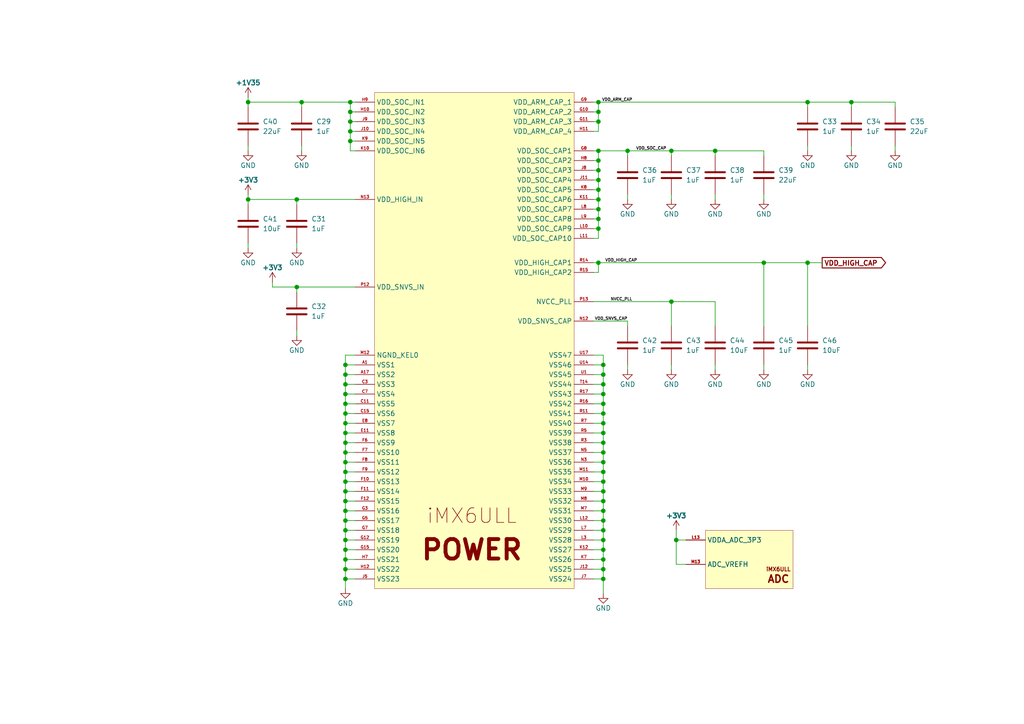
<source format=kicad_sch>
(kicad_sch (version 20210621) (generator eeschema)
  (paper "User" 267.31 189.001)
  (title_block (title "iMX6ULL Compute Module & Base Board") (date "2021-03-23") (rev "1.0") (company "AHSA Elektronik"))
  (junction (at 64.77 26.67) (diameter 1.016))
  (junction (at 64.77 52.07) (diameter 1.016))
  (junction (at 77.47 52.07) (diameter 1.016))
  (junction (at 77.47 74.93) (diameter 1.016))
  (junction (at 78.74 26.67) (diameter 1.016))
  (junction (at 90.17 95.25) (diameter 1.016))
  (junction (at 90.17 97.79) (diameter 1.016))
  (junction (at 90.17 100.33) (diameter 1.016))
  (junction (at 90.17 102.87) (diameter 1.016))
  (junction (at 90.17 105.41) (diameter 1.016))
  (junction (at 90.17 107.95) (diameter 1.016))
  (junction (at 90.17 110.49) (diameter 1.016))
  (junction (at 90.17 113.03) (diameter 1.016))
  (junction (at 90.17 115.57) (diameter 1.016))
  (junction (at 90.17 118.11) (diameter 1.016))
  (junction (at 90.17 120.65) (diameter 1.016))
  (junction (at 90.17 123.19) (diameter 1.016))
  (junction (at 90.17 125.73) (diameter 1.016))
  (junction (at 90.17 128.27) (diameter 1.016))
  (junction (at 90.17 130.81) (diameter 1.016))
  (junction (at 90.17 133.35) (diameter 1.016))
  (junction (at 90.17 135.89) (diameter 1.016))
  (junction (at 90.17 138.43) (diameter 1.016))
  (junction (at 90.17 140.97) (diameter 1.016))
  (junction (at 90.17 143.51) (diameter 1.016))
  (junction (at 90.17 146.05) (diameter 1.016))
  (junction (at 90.17 148.59) (diameter 1.016))
  (junction (at 90.17 151.13) (diameter 1.016))
  (junction (at 91.44 26.67) (diameter 1.016))
  (junction (at 91.44 29.21) (diameter 1.016))
  (junction (at 91.44 31.75) (diameter 1.016))
  (junction (at 91.44 34.29) (diameter 1.016))
  (junction (at 91.44 36.83) (diameter 1.016))
  (junction (at 156.21 26.67) (diameter 1.016))
  (junction (at 156.21 29.21) (diameter 1.016))
  (junction (at 156.21 31.75) (diameter 1.016))
  (junction (at 156.21 39.37) (diameter 1.016))
  (junction (at 156.21 41.91) (diameter 1.016))
  (junction (at 156.21 44.45) (diameter 1.016))
  (junction (at 156.21 46.99) (diameter 1.016))
  (junction (at 156.21 49.53) (diameter 1.016))
  (junction (at 156.21 52.07) (diameter 1.016))
  (junction (at 156.21 54.61) (diameter 1.016))
  (junction (at 156.21 57.15) (diameter 1.016))
  (junction (at 156.21 59.69) (diameter 1.016))
  (junction (at 156.21 68.58) (diameter 1.016))
  (junction (at 157.48 95.25) (diameter 1.016))
  (junction (at 157.48 97.79) (diameter 1.016))
  (junction (at 157.48 100.33) (diameter 1.016))
  (junction (at 157.48 102.87) (diameter 1.016))
  (junction (at 157.48 105.41) (diameter 1.016))
  (junction (at 157.48 107.95) (diameter 1.016))
  (junction (at 157.48 110.49) (diameter 1.016))
  (junction (at 157.48 113.03) (diameter 1.016))
  (junction (at 157.48 115.57) (diameter 1.016))
  (junction (at 157.48 118.11) (diameter 1.016))
  (junction (at 157.48 120.65) (diameter 1.016))
  (junction (at 157.48 123.19) (diameter 1.016))
  (junction (at 157.48 125.73) (diameter 1.016))
  (junction (at 157.48 128.27) (diameter 1.016))
  (junction (at 157.48 130.81) (diameter 1.016))
  (junction (at 157.48 133.35) (diameter 1.016))
  (junction (at 157.48 135.89) (diameter 1.016))
  (junction (at 157.48 138.43) (diameter 1.016))
  (junction (at 157.48 140.97) (diameter 1.016))
  (junction (at 157.48 143.51) (diameter 1.016))
  (junction (at 157.48 146.05) (diameter 1.016))
  (junction (at 157.48 148.59) (diameter 1.016))
  (junction (at 157.48 151.13) (diameter 1.016))
  (junction (at 163.83 39.37) (diameter 1.016))
  (junction (at 175.26 39.37) (diameter 1.016))
  (junction (at 175.26 78.74) (diameter 1.016))
  (junction (at 176.53 140.97) (diameter 1.016))
  (junction (at 186.69 39.37) (diameter 1.016))
  (junction (at 199.39 68.58) (diameter 1.016))
  (junction (at 210.82 26.67) (diameter 1.016))
  (junction (at 210.82 68.58) (diameter 1.016))
  (junction (at 222.25 26.67) (diameter 1.016))
  (wire (pts (xy 64.77 25.4) (xy 64.77 26.67)))
  (wire (pts (xy 64.77 26.67) (xy 64.77 27.94)))
  (wire (pts (xy 64.77 26.67) (xy 78.74 26.67)))
  (wire (pts (xy 64.77 38.1) (xy 64.77 39.37)))
  (wire (pts (xy 64.77 50.8) (xy 64.77 52.07)))
  (wire (pts (xy 64.77 52.07) (xy 64.77 53.34)))
  (wire (pts (xy 64.77 63.5) (xy 64.77 64.77)))
  (wire (pts (xy 71.12 73.66) (xy 71.12 74.93)))
  (wire (pts (xy 71.12 74.93) (xy 77.47 74.93)))
  (wire (pts (xy 77.47 52.07) (xy 64.77 52.07)))
  (wire (pts (xy 77.47 52.07) (xy 77.47 53.34)))
  (wire (pts (xy 77.47 52.07) (xy 92.71 52.07)))
  (wire (pts (xy 77.47 63.5) (xy 77.47 64.77)))
  (wire (pts (xy 77.47 74.93) (xy 77.47 76.2)))
  (wire (pts (xy 77.47 74.93) (xy 92.71 74.93)))
  (wire (pts (xy 77.47 86.36) (xy 77.47 87.63)))
  (wire (pts (xy 78.74 26.67) (xy 78.74 27.94)))
  (wire (pts (xy 78.74 26.67) (xy 91.44 26.67)))
  (wire (pts (xy 78.74 38.1) (xy 78.74 39.37)))
  (wire (pts (xy 90.17 92.71) (xy 92.71 92.71)))
  (wire (pts (xy 90.17 95.25) (xy 90.17 92.71)))
  (wire (pts (xy 90.17 95.25) (xy 92.71 95.25)))
  (wire (pts (xy 90.17 97.79) (xy 90.17 95.25)))
  (wire (pts (xy 90.17 97.79) (xy 92.71 97.79)))
  (wire (pts (xy 90.17 100.33) (xy 90.17 97.79)))
  (wire (pts (xy 90.17 100.33) (xy 92.71 100.33)))
  (wire (pts (xy 90.17 102.87) (xy 90.17 100.33)))
  (wire (pts (xy 90.17 102.87) (xy 92.71 102.87)))
  (wire (pts (xy 90.17 105.41) (xy 90.17 102.87)))
  (wire (pts (xy 90.17 105.41) (xy 92.71 105.41)))
  (wire (pts (xy 90.17 107.95) (xy 90.17 105.41)))
  (wire (pts (xy 90.17 107.95) (xy 92.71 107.95)))
  (wire (pts (xy 90.17 110.49) (xy 90.17 107.95)))
  (wire (pts (xy 90.17 110.49) (xy 92.71 110.49)))
  (wire (pts (xy 90.17 113.03) (xy 90.17 110.49)))
  (wire (pts (xy 90.17 113.03) (xy 92.71 113.03)))
  (wire (pts (xy 90.17 115.57) (xy 90.17 113.03)))
  (wire (pts (xy 90.17 115.57) (xy 92.71 115.57)))
  (wire (pts (xy 90.17 118.11) (xy 90.17 115.57)))
  (wire (pts (xy 90.17 118.11) (xy 92.71 118.11)))
  (wire (pts (xy 90.17 120.65) (xy 90.17 118.11)))
  (wire (pts (xy 90.17 120.65) (xy 92.71 120.65)))
  (wire (pts (xy 90.17 123.19) (xy 90.17 120.65)))
  (wire (pts (xy 90.17 123.19) (xy 92.71 123.19)))
  (wire (pts (xy 90.17 125.73) (xy 90.17 123.19)))
  (wire (pts (xy 90.17 125.73) (xy 92.71 125.73)))
  (wire (pts (xy 90.17 128.27) (xy 90.17 125.73)))
  (wire (pts (xy 90.17 128.27) (xy 92.71 128.27)))
  (wire (pts (xy 90.17 130.81) (xy 90.17 128.27)))
  (wire (pts (xy 90.17 130.81) (xy 92.71 130.81)))
  (wire (pts (xy 90.17 133.35) (xy 90.17 130.81)))
  (wire (pts (xy 90.17 133.35) (xy 92.71 133.35)))
  (wire (pts (xy 90.17 135.89) (xy 90.17 133.35)))
  (wire (pts (xy 90.17 135.89) (xy 92.71 135.89)))
  (wire (pts (xy 90.17 138.43) (xy 90.17 135.89)))
  (wire (pts (xy 90.17 138.43) (xy 92.71 138.43)))
  (wire (pts (xy 90.17 140.97) (xy 90.17 138.43)))
  (wire (pts (xy 90.17 140.97) (xy 92.71 140.97)))
  (wire (pts (xy 90.17 143.51) (xy 90.17 140.97)))
  (wire (pts (xy 90.17 143.51) (xy 92.71 143.51)))
  (wire (pts (xy 90.17 146.05) (xy 90.17 143.51)))
  (wire (pts (xy 90.17 146.05) (xy 92.71 146.05)))
  (wire (pts (xy 90.17 148.59) (xy 90.17 146.05)))
  (wire (pts (xy 90.17 148.59) (xy 92.71 148.59)))
  (wire (pts (xy 90.17 151.13) (xy 90.17 148.59)))
  (wire (pts (xy 90.17 151.13) (xy 92.71 151.13)))
  (wire (pts (xy 90.17 153.67) (xy 90.17 151.13)))
  (wire (pts (xy 91.44 26.67) (xy 91.44 29.21)))
  (wire (pts (xy 91.44 29.21) (xy 91.44 31.75)))
  (wire (pts (xy 91.44 29.21) (xy 92.71 29.21)))
  (wire (pts (xy 91.44 31.75) (xy 91.44 34.29)))
  (wire (pts (xy 91.44 31.75) (xy 92.71 31.75)))
  (wire (pts (xy 91.44 34.29) (xy 91.44 36.83)))
  (wire (pts (xy 91.44 34.29) (xy 92.71 34.29)))
  (wire (pts (xy 91.44 36.83) (xy 91.44 39.37)))
  (wire (pts (xy 91.44 36.83) (xy 92.71 36.83)))
  (wire (pts (xy 91.44 39.37) (xy 92.71 39.37)))
  (wire (pts (xy 92.71 26.67) (xy 91.44 26.67)))
  (wire (pts (xy 154.94 29.21) (xy 156.21 29.21)))
  (wire (pts (xy 154.94 31.75) (xy 156.21 31.75)))
  (wire (pts (xy 154.94 34.29) (xy 156.21 34.29)))
  (wire (pts (xy 154.94 39.37) (xy 156.21 39.37)))
  (wire (pts (xy 154.94 41.91) (xy 156.21 41.91)))
  (wire (pts (xy 154.94 44.45) (xy 156.21 44.45)))
  (wire (pts (xy 154.94 46.99) (xy 156.21 46.99)))
  (wire (pts (xy 154.94 49.53) (xy 156.21 49.53)))
  (wire (pts (xy 154.94 52.07) (xy 156.21 52.07)))
  (wire (pts (xy 154.94 54.61) (xy 156.21 54.61)))
  (wire (pts (xy 154.94 57.15) (xy 156.21 57.15)))
  (wire (pts (xy 154.94 59.69) (xy 156.21 59.69)))
  (wire (pts (xy 154.94 62.23) (xy 156.21 62.23)))
  (wire (pts (xy 154.94 68.58) (xy 156.21 68.58)))
  (wire (pts (xy 154.94 71.12) (xy 156.21 71.12)))
  (wire (pts (xy 154.94 78.74) (xy 175.26 78.74)))
  (wire (pts (xy 154.94 83.82) (xy 163.83 83.82)))
  (wire (pts (xy 154.94 92.71) (xy 157.48 92.71)))
  (wire (pts (xy 154.94 95.25) (xy 157.48 95.25)))
  (wire (pts (xy 154.94 97.79) (xy 157.48 97.79)))
  (wire (pts (xy 154.94 100.33) (xy 157.48 100.33)))
  (wire (pts (xy 154.94 102.87) (xy 157.48 102.87)))
  (wire (pts (xy 154.94 105.41) (xy 157.48 105.41)))
  (wire (pts (xy 154.94 107.95) (xy 157.48 107.95)))
  (wire (pts (xy 154.94 110.49) (xy 157.48 110.49)))
  (wire (pts (xy 154.94 113.03) (xy 157.48 113.03)))
  (wire (pts (xy 154.94 115.57) (xy 157.48 115.57)))
  (wire (pts (xy 154.94 118.11) (xy 157.48 118.11)))
  (wire (pts (xy 154.94 120.65) (xy 157.48 120.65)))
  (wire (pts (xy 154.94 123.19) (xy 157.48 123.19)))
  (wire (pts (xy 154.94 125.73) (xy 157.48 125.73)))
  (wire (pts (xy 154.94 128.27) (xy 157.48 128.27)))
  (wire (pts (xy 154.94 130.81) (xy 157.48 130.81)))
  (wire (pts (xy 154.94 133.35) (xy 157.48 133.35)))
  (wire (pts (xy 154.94 135.89) (xy 157.48 135.89)))
  (wire (pts (xy 154.94 138.43) (xy 157.48 138.43)))
  (wire (pts (xy 154.94 140.97) (xy 157.48 140.97)))
  (wire (pts (xy 154.94 143.51) (xy 157.48 143.51)))
  (wire (pts (xy 154.94 146.05) (xy 157.48 146.05)))
  (wire (pts (xy 154.94 148.59) (xy 157.48 148.59)))
  (wire (pts (xy 156.21 26.67) (xy 154.94 26.67)))
  (wire (pts (xy 156.21 26.67) (xy 210.82 26.67)))
  (wire (pts (xy 156.21 29.21) (xy 156.21 26.67)))
  (wire (pts (xy 156.21 31.75) (xy 156.21 29.21)))
  (wire (pts (xy 156.21 34.29) (xy 156.21 31.75)))
  (wire (pts (xy 156.21 39.37) (xy 163.83 39.37)))
  (wire (pts (xy 156.21 41.91) (xy 156.21 39.37)))
  (wire (pts (xy 156.21 41.91) (xy 156.21 44.45)))
  (wire (pts (xy 156.21 44.45) (xy 156.21 46.99)))
  (wire (pts (xy 156.21 46.99) (xy 156.21 49.53)))
  (wire (pts (xy 156.21 49.53) (xy 156.21 52.07)))
  (wire (pts (xy 156.21 52.07) (xy 156.21 54.61)))
  (wire (pts (xy 156.21 54.61) (xy 156.21 57.15)))
  (wire (pts (xy 156.21 57.15) (xy 156.21 59.69)))
  (wire (pts (xy 156.21 59.69) (xy 156.21 62.23)))
  (wire (pts (xy 156.21 68.58) (xy 199.39 68.58)))
  (wire (pts (xy 156.21 71.12) (xy 156.21 68.58)))
  (wire (pts (xy 157.48 92.71) (xy 157.48 95.25)))
  (wire (pts (xy 157.48 95.25) (xy 157.48 97.79)))
  (wire (pts (xy 157.48 97.79) (xy 157.48 100.33)))
  (wire (pts (xy 157.48 100.33) (xy 157.48 102.87)))
  (wire (pts (xy 157.48 102.87) (xy 157.48 105.41)))
  (wire (pts (xy 157.48 105.41) (xy 157.48 107.95)))
  (wire (pts (xy 157.48 107.95) (xy 157.48 110.49)))
  (wire (pts (xy 157.48 110.49) (xy 157.48 113.03)))
  (wire (pts (xy 157.48 113.03) (xy 157.48 115.57)))
  (wire (pts (xy 157.48 115.57) (xy 157.48 118.11)))
  (wire (pts (xy 157.48 118.11) (xy 157.48 120.65)))
  (wire (pts (xy 157.48 120.65) (xy 157.48 123.19)))
  (wire (pts (xy 157.48 123.19) (xy 157.48 125.73)))
  (wire (pts (xy 157.48 125.73) (xy 157.48 128.27)))
  (wire (pts (xy 157.48 128.27) (xy 157.48 130.81)))
  (wire (pts (xy 157.48 130.81) (xy 157.48 133.35)))
  (wire (pts (xy 157.48 133.35) (xy 157.48 135.89)))
  (wire (pts (xy 157.48 135.89) (xy 157.48 138.43)))
  (wire (pts (xy 157.48 138.43) (xy 157.48 140.97)))
  (wire (pts (xy 157.48 140.97) (xy 157.48 143.51)))
  (wire (pts (xy 157.48 143.51) (xy 157.48 146.05)))
  (wire (pts (xy 157.48 146.05) (xy 157.48 148.59)))
  (wire (pts (xy 157.48 148.59) (xy 157.48 151.13)))
  (wire (pts (xy 157.48 151.13) (xy 154.94 151.13)))
  (wire (pts (xy 157.48 154.94) (xy 157.48 151.13)))
  (wire (pts (xy 163.83 39.37) (xy 163.83 40.64)))
  (wire (pts (xy 163.83 50.8) (xy 163.83 52.07)))
  (wire (pts (xy 163.83 83.82) (xy 163.83 85.09)))
  (wire (pts (xy 163.83 95.25) (xy 163.83 96.52)))
  (wire (pts (xy 175.26 39.37) (xy 163.83 39.37)))
  (wire (pts (xy 175.26 39.37) (xy 175.26 40.64)))
  (wire (pts (xy 175.26 50.8) (xy 175.26 52.07)))
  (wire (pts (xy 175.26 78.74) (xy 175.26 85.09)))
  (wire (pts (xy 175.26 78.74) (xy 186.69 78.74)))
  (wire (pts (xy 175.26 95.25) (xy 175.26 96.52)))
  (wire (pts (xy 176.53 138.43) (xy 176.53 140.97)))
  (wire (pts (xy 176.53 140.97) (xy 176.53 147.32)))
  (wire (pts (xy 176.53 140.97) (xy 179.07 140.97)))
  (wire (pts (xy 176.53 147.32) (xy 179.07 147.32)))
  (wire (pts (xy 186.69 39.37) (xy 175.26 39.37)))
  (wire (pts (xy 186.69 39.37) (xy 186.69 40.64)))
  (wire (pts (xy 186.69 39.37) (xy 199.39 39.37)))
  (wire (pts (xy 186.69 50.8) (xy 186.69 52.07)))
  (wire (pts (xy 186.69 78.74) (xy 186.69 85.09)))
  (wire (pts (xy 186.69 95.25) (xy 186.69 96.52)))
  (wire (pts (xy 199.39 40.64) (xy 199.39 39.37)))
  (wire (pts (xy 199.39 50.8) (xy 199.39 52.07)))
  (wire (pts (xy 199.39 68.58) (xy 199.39 85.09)))
  (wire (pts (xy 199.39 68.58) (xy 210.82 68.58)))
  (wire (pts (xy 199.39 95.25) (xy 199.39 96.52)))
  (wire (pts (xy 210.82 26.67) (xy 210.82 27.94)))
  (wire (pts (xy 210.82 38.1) (xy 210.82 39.37)))
  (wire (pts (xy 210.82 68.58) (xy 210.82 85.09)))
  (wire (pts (xy 210.82 68.58) (xy 214.63 68.58)))
  (wire (pts (xy 210.82 95.25) (xy 210.82 96.52)))
  (wire (pts (xy 222.25 26.67) (xy 210.82 26.67)))
  (wire (pts (xy 222.25 26.67) (xy 222.25 27.94)))
  (wire (pts (xy 222.25 38.1) (xy 222.25 39.37)))
  (wire (pts (xy 233.68 26.67) (xy 222.25 26.67)))
  (wire (pts (xy 233.68 27.94) (xy 233.68 26.67)))
  (wire (pts (xy 233.68 38.1) (xy 233.68 39.37)))
  (label "VDD_SNVS_CAP" (at 163.83 83.82 180) (effects (font (size 0.762 0.762) (thickness 0.1524) bold)))
  (label "VDD_ARM_CAP" (at 165.1 26.67 180) (effects (font (size 0.762 0.762) (thickness 0.1524) bold)))
  (label "NVCC_PLL" (at 165.1 78.74 180) (effects (font (size 0.762 0.762) (thickness 0.1524) bold)))
  (label "VDD_HIGH_CAP" (at 166.37 68.58 180) (effects (font (size 0.762 0.762) (thickness 0.1524) bold)))
  (label "VDD_SOC_CAP" (at 173.99 39.37 180) (effects (font (size 0.762 0.762) (thickness 0.1524) bold)))
  (global_label "VDD_HIGH_CAP" (shape output) (at 214.63 68.58 0) (effects (font (thickness 0.254) bold)) (property "Intersheet References" "${INTERSHEET_REFS}" (effects hide)))
  (symbol (lib_id "abdullah:+1V35") (at 64.77 25.4 0) (unit 1)
    (property "Reference" "#PWR07" (effects hide))
    (property "Value" "+1V35" (at 64.77 21.59 0) (effects (font bold)))
  )
  (symbol (lib_id "abdullah:+3.3V") (at 64.77 50.8 0) (unit 1)
    (property "Reference" "#PWR08" (effects hide))
    (property "Value" "+3.3V" (at 64.77 46.99 0) (effects (font bold)))
  )
  (symbol (lib_id "abdullah:+3.3V") (at 71.12 73.66 0) (unit 1)
    (property "Reference" "#PWR0134" (effects hide))
    (property "Value" "+3.3V" (at 71.12 69.85 0) (effects (font bold)))
  )
  (symbol (lib_id "abdullah:+3.3V") (at 176.53 138.43 0) (mirror y) (unit 1)
    (property "Reference" "#PWR023" (effects hide))
    (property "Value" "+3.3V" (at 176.53 134.62 0) (effects (font bold)))
  )
  (symbol (lib_id "abdullah:GND") (at 64.77 39.37 0) (unit 1)
    (property "Reference" "#PWR0103" (effects hide))
    (property "Value" "GND" (at 64.77 43.18 0))
  )
  (symbol (lib_id "abdullah:GND") (at 64.77 64.77 0) (unit 1)
    (property "Reference" "#PWR0102" (effects hide))
    (property "Value" "GND" (at 64.77 68.58 0))
  )
  (symbol (lib_id "abdullah:GND") (at 77.47 64.77 0) (unit 1)
    (property "Reference" "#PWR09" (effects hide))
    (property "Value" "GND" (at 77.47 68.58 0))
  )
  (symbol (lib_id "abdullah:GND") (at 77.47 87.63 0) (unit 1)
    (property "Reference" "#PWR010" (effects hide))
    (property "Value" "GND" (at 77.47 91.44 0))
  )
  (symbol (lib_id "abdullah:GND") (at 78.74 39.37 0) (unit 1)
    (property "Reference" "#PWR05" (effects hide))
    (property "Value" "GND" (at 78.74 43.18 0))
  )
  (symbol (lib_id "abdullah:GND") (at 90.17 153.67 0) (unit 1)
    (property "Reference" "#PWR01" (effects hide))
    (property "Value" "GND" (at 90.17 157.48 0))
  )
  (symbol (lib_id "abdullah:GND") (at 157.48 154.94 0) (unit 1)
    (property "Reference" "#PWR02" (effects hide))
    (property "Value" "GND" (at 157.48 158.75 0))
  )
  (symbol (lib_id "abdullah:GND") (at 163.83 52.07 0) (unit 1)
    (property "Reference" "#PWR019" (effects hide))
    (property "Value" "GND" (at 163.83 55.88 0))
  )
  (symbol (lib_id "abdullah:GND") (at 163.83 96.52 0) (unit 1)
    (property "Reference" "#PWR0104" (effects hide))
    (property "Value" "GND" (at 163.83 100.33 0))
  )
  (symbol (lib_id "abdullah:GND") (at 175.26 52.07 0) (unit 1)
    (property "Reference" "#PWR020" (effects hide))
    (property "Value" "GND" (at 175.26 55.88 0))
  )
  (symbol (lib_id "abdullah:GND") (at 175.26 96.52 0) (unit 1)
    (property "Reference" "#PWR0139" (effects hide))
    (property "Value" "GND" (at 175.26 100.33 0))
  )
  (symbol (lib_id "abdullah:GND") (at 186.69 52.07 0) (unit 1)
    (property "Reference" "#PWR021" (effects hide))
    (property "Value" "GND" (at 186.69 55.88 0))
  )
  (symbol (lib_id "abdullah:GND") (at 186.69 96.52 0) (unit 1)
    (property "Reference" "#PWR0138" (effects hide))
    (property "Value" "GND" (at 186.69 100.33 0))
  )
  (symbol (lib_id "abdullah:GND") (at 199.39 52.07 0) (unit 1)
    (property "Reference" "#PWR022" (effects hide))
    (property "Value" "GND" (at 199.39 55.88 0))
  )
  (symbol (lib_id "abdullah:GND") (at 199.39 96.52 0) (unit 1)
    (property "Reference" "#PWR0122" (effects hide))
    (property "Value" "GND" (at 199.39 100.33 0))
  )
  (symbol (lib_id "abdullah:GND") (at 210.82 39.37 0) (unit 1)
    (property "Reference" "#PWR016" (effects hide))
    (property "Value" "GND" (at 210.82 43.18 0))
  )
  (symbol (lib_id "abdullah:GND") (at 210.82 96.52 0) (unit 1)
    (property "Reference" "#PWR0111" (effects hide))
    (property "Value" "GND" (at 210.82 100.33 0))
  )
  (symbol (lib_id "abdullah:GND") (at 222.25 39.37 0) (unit 1)
    (property "Reference" "#PWR017" (effects hide))
    (property "Value" "GND" (at 222.25 43.18 0))
  )
  (symbol (lib_id "abdullah:GND") (at 233.68 39.37 0) (unit 1)
    (property "Reference" "#PWR018" (effects hide))
    (property "Value" "GND" (at 233.68 43.18 0))
  )
  (symbol (lib_id "abdullah:C-vert") (at 64.77 33.02 0) (unit 1)
    (property "Reference" "C40" (at 68.58 31.75 0) (effects (justify left)))
    (property "Value" "22uF" (at 68.58 34.29 0) (effects (justify left)))
    (property "Footprint" "new-abdullah:IPC-SMD-C-0603" (effects hide))
    (property "Voltage" "6.3V" (effects hide))
    (property "Details" "Capacitor Ceramic Chip SMD 22uF 6.3V 0603 20%" (effects hide))
  )
  (symbol (lib_id "abdullah:C-vert") (at 64.77 58.42 0) (unit 1)
    (property "Reference" "C41" (at 68.58 57.15 0) (effects (justify left)))
    (property "Value" "10uF" (at 68.58 59.69 0) (effects (justify left)))
    (property "Footprint" "new-abdullah:IPC-SMD-C-0402" (effects hide))
    (property "Voltage" "16V" (effects hide))
    (property "Details" "Capacitor Ceramic Chip SMD 10uF 10V 0402 20%" (effects hide))
  )
  (symbol (lib_id "abdullah:C-vert") (at 77.47 58.42 0) (unit 1)
    (property "Reference" "C31" (at 81.28 57.15 0) (effects (justify left)))
    (property "Value" "1uF" (at 81.28 59.69 0) (effects (justify left)))
    (property "Footprint" "new-abdullah:IPC-SMD-C-0402" (effects hide))
    (property "Voltage" "10V" (effects hide))
    (property "Details" "Capacitor Ceramic Chip SMD 1uF 10V 0402 10%" (effects hide))
  )
  (symbol (lib_id "abdullah:C-vert") (at 77.47 81.28 0) (unit 1)
    (property "Reference" "C32" (at 81.28 80.01 0) (effects (justify left)))
    (property "Value" "1uF" (at 81.28 82.55 0) (effects (justify left)))
    (property "Footprint" "new-abdullah:IPC-SMD-C-0402" (effects hide))
    (property "Voltage" "10V" (effects hide))
    (property "Details" "Capacitor Ceramic Chip SMD 1uF 10V 0402 10%" (effects hide))
  )
  (symbol (lib_id "abdullah:C-vert") (at 78.74 33.02 0) (unit 1)
    (property "Reference" "C29" (at 82.55 31.75 0) (effects (justify left)))
    (property "Value" "1uF" (at 82.55 34.29 0) (effects (justify left)))
    (property "Footprint" "new-abdullah:IPC-SMD-C-0402" (effects hide))
    (property "Voltage" "10V" (effects hide))
    (property "Details" "Capacitor Ceramic Chip SMD 1uF 10V 0402 10%" (effects hide))
  )
  (symbol (lib_id "abdullah:C-vert") (at 163.83 45.72 0) (unit 1)
    (property "Reference" "C36" (at 167.64 44.45 0) (effects (justify left)))
    (property "Value" "1uF" (at 167.64 46.99 0) (effects (justify left)))
    (property "Footprint" "new-abdullah:IPC-SMD-C-0402" (effects hide))
    (property "Voltage" "10V" (effects hide))
    (property "Details" "Capacitor Ceramic Chip SMD 1uF 10V 0402 10%" (effects hide))
  )
  (symbol (lib_id "abdullah:C-vert") (at 163.83 90.17 0) (unit 1)
    (property "Reference" "C42" (at 167.64 88.9 0) (effects (justify left)))
    (property "Value" "1uF" (at 167.64 91.44 0) (effects (justify left)))
    (property "Footprint" "new-abdullah:IPC-SMD-C-0402" (effects hide))
    (property "Voltage" "10V" (effects hide))
    (property "Details" "Capacitor Ceramic Chip SMD 1uF 10V 0402 10%" (effects hide))
  )
  (symbol (lib_id "abdullah:C-vert") (at 175.26 45.72 0) (unit 1)
    (property "Reference" "C37" (at 179.07 44.45 0) (effects (justify left)))
    (property "Value" "1uF" (at 179.07 46.99 0) (effects (justify left)))
    (property "Footprint" "new-abdullah:IPC-SMD-C-0402" (effects hide))
    (property "Voltage" "10V" (effects hide))
    (property "Details" "Capacitor Ceramic Chip SMD 1uF 10V 0402 10%" (effects hide))
  )
  (symbol (lib_id "abdullah:C-vert") (at 175.26 90.17 0) (unit 1)
    (property "Reference" "C43" (at 179.07 88.9 0) (effects (justify left)))
    (property "Value" "1uF" (at 179.07 91.44 0) (effects (justify left)))
    (property "Footprint" "new-abdullah:IPC-SMD-C-0402" (effects hide))
    (property "Voltage" "10V" (effects hide))
    (property "Details" "Capacitor Ceramic Chip SMD 1uF 10V 0402 10%" (effects hide))
  )
  (symbol (lib_id "abdullah:C-vert") (at 186.69 45.72 0) (unit 1)
    (property "Reference" "C38" (at 190.5 44.45 0) (effects (justify left)))
    (property "Value" "1uF" (at 190.5 46.99 0) (effects (justify left)))
    (property "Footprint" "new-abdullah:IPC-SMD-C-0402" (effects hide))
    (property "Voltage" "10V" (effects hide))
    (property "Details" "Capacitor Ceramic Chip SMD 1uF 10V 0402 10%" (effects hide))
  )
  (symbol (lib_id "abdullah:C-vert") (at 186.69 90.17 0) (unit 1)
    (property "Reference" "C44" (at 190.5 88.9 0) (effects (justify left)))
    (property "Value" "10uF" (at 190.5 91.44 0) (effects (justify left)))
    (property "Footprint" "new-abdullah:IPC-SMD-C-0402" (effects hide))
    (property "Voltage" "16V" (effects hide))
    (property "Details" "Capacitor Ceramic Chip SMD 10uF 10V 0402 20%" (effects hide))
  )
  (symbol (lib_id "abdullah:C-vert") (at 199.39 45.72 0) (unit 1)
    (property "Reference" "C39" (at 203.2 44.45 0) (effects (justify left)))
    (property "Value" "22uF" (at 203.2 46.99 0) (effects (justify left)))
    (property "Footprint" "new-abdullah:IPC-SMD-C-0603" (effects hide))
    (property "Voltage" "6.3V" (effects hide))
    (property "Details" "Capacitor Ceramic Chip SMD 22uF 6.3V 0603 20%" (effects hide))
  )
  (symbol (lib_id "abdullah:C-vert") (at 199.39 90.17 0) (unit 1)
    (property "Reference" "C45" (at 203.2 88.9 0) (effects (justify left)))
    (property "Value" "1uF" (at 203.2 91.44 0) (effects (justify left)))
    (property "Footprint" "new-abdullah:IPC-SMD-C-0402" (effects hide))
    (property "Voltage" "10V" (effects hide))
    (property "Details" "Capacitor Ceramic Chip SMD 1uF 10V 0402 10%" (effects hide))
  )
  (symbol (lib_id "abdullah:C-vert") (at 210.82 33.02 0) (unit 1)
    (property "Reference" "C33" (at 214.63 31.75 0) (effects (justify left)))
    (property "Value" "1uF" (at 214.63 34.29 0) (effects (justify left)))
    (property "Footprint" "new-abdullah:IPC-SMD-C-0402" (effects hide))
    (property "Voltage" "10V" (effects hide))
    (property "Details" "Capacitor Ceramic Chip SMD 1uF 10V 0402 10%" (effects hide))
  )
  (symbol (lib_id "abdullah:C-vert") (at 210.82 90.17 0) (unit 1)
    (property "Reference" "C46" (at 214.63 88.9 0) (effects (justify left)))
    (property "Value" "10uF" (at 214.63 91.44 0) (effects (justify left)))
    (property "Footprint" "new-abdullah:IPC-SMD-C-0402" (effects hide))
    (property "Voltage" "16V" (effects hide))
    (property "Details" "Capacitor Ceramic Chip SMD 10uF 10V 0402 20%" (effects hide))
  )
  (symbol (lib_id "abdullah:C-vert") (at 222.25 33.02 0) (unit 1)
    (property "Reference" "C34" (at 226.06 31.75 0) (effects (justify left)))
    (property "Value" "1uF" (at 226.06 34.29 0) (effects (justify left)))
    (property "Footprint" "new-abdullah:IPC-SMD-C-0402" (effects hide))
    (property "Voltage" "10V" (effects hide))
    (property "Details" "Capacitor Ceramic Chip SMD 1uF 10V 0402 10%" (effects hide))
  )
  (symbol (lib_id "abdullah:C-vert") (at 233.68 33.02 0) (unit 1)
    (property "Reference" "C35" (at 237.49 31.75 0) (effects (justify left)))
    (property "Value" "22uF" (at 237.49 34.29 0) (effects (justify left)))
    (property "Footprint" "new-abdullah:IPC-SMD-C-0603" (effects hide))
    (property "Voltage" "6.3V" (effects hide))
    (property "Details" "Capacitor Ceramic Chip SMD 22uF 6.3V 0603 20%" (effects hide))
  )
  (symbol (lib_name "abdullah:iMX6ULL_10") (lib_id "abdullah:iMX6ULL") (at 184.15 140.97 0) (mirror y) (unit 10)
    (property "Reference" "U1" (effects hide))
    (property "Value" "iMX6ULL" (effects hide))
    (property "Footprint" "new-abdullah:BGA289C80P17X17_1400X1400X132N" (effects hide))
  )
  (symbol (lib_name "abdullah:iMX6ULL_1") (lib_id "abdullah:iMX6ULL") (at 123.19 82.55 0) (unit 1)
    (property "Reference" "U1" (effects hide))
    (property "Value" "iMX6ULL" (effects hide))
    (property "Footprint" "new-abdullah:BGA289C80P17X17_1400X1400X132N" (effects hide))
  )
)
</source>
